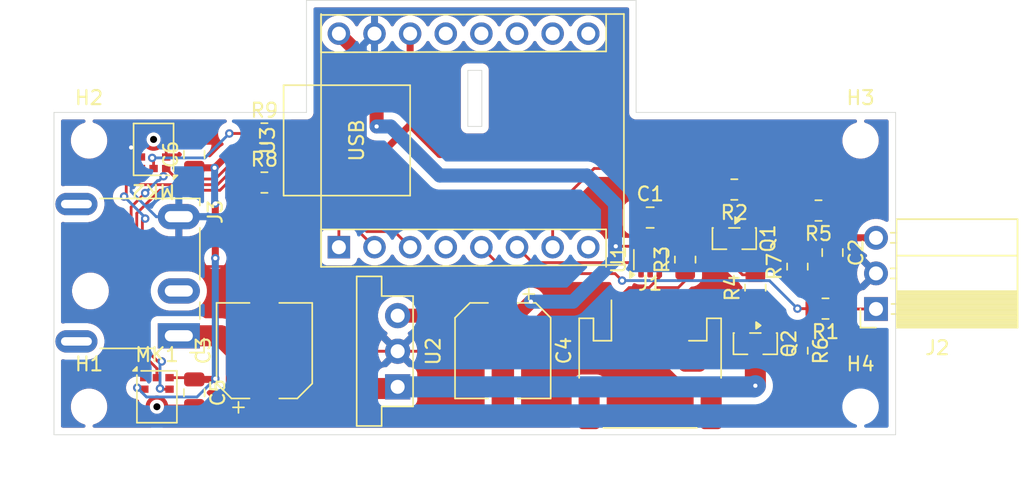
<source format=kicad_pcb>
(kicad_pcb
	(version 20241229)
	(generator "pcbnew")
	(generator_version "9.0")
	(general
		(thickness 1.6)
		(legacy_teardrops no)
	)
	(paper "A4")
	(layers
		(0 "F.Cu" signal)
		(2 "B.Cu" signal)
		(9 "F.Adhes" user "F.Adhesive")
		(11 "B.Adhes" user "B.Adhesive")
		(13 "F.Paste" user)
		(15 "B.Paste" user)
		(5 "F.SilkS" user "F.Silkscreen")
		(7 "B.SilkS" user "B.Silkscreen")
		(1 "F.Mask" user)
		(3 "B.Mask" user)
		(17 "Dwgs.User" user "User.Drawings")
		(19 "Cmts.User" user "User.Comments")
		(21 "Eco1.User" user "User.Eco1")
		(23 "Eco2.User" user "User.Eco2")
		(25 "Edge.Cuts" user)
		(27 "Margin" user)
		(31 "F.CrtYd" user "F.Courtyard")
		(29 "B.CrtYd" user "B.Courtyard")
		(35 "F.Fab" user)
		(33 "B.Fab" user)
		(39 "User.1" user)
		(41 "User.2" user)
		(43 "User.3" user)
		(45 "User.4" user)
	)
	(setup
		(pad_to_mask_clearance 0)
		(allow_soldermask_bridges_in_footprints no)
		(tenting front back)
		(pcbplotparams
			(layerselection 0x00000000_00000000_55555555_5755f5ff)
			(plot_on_all_layers_selection 0x00000000_00000000_00000000_00000000)
			(disableapertmacros no)
			(usegerberextensions no)
			(usegerberattributes yes)
			(usegerberadvancedattributes yes)
			(creategerberjobfile yes)
			(dashed_line_dash_ratio 12.000000)
			(dashed_line_gap_ratio 3.000000)
			(svgprecision 4)
			(plotframeref no)
			(mode 1)
			(useauxorigin no)
			(hpglpennumber 1)
			(hpglpenspeed 20)
			(hpglpendiameter 15.000000)
			(pdf_front_fp_property_popups yes)
			(pdf_back_fp_property_popups yes)
			(pdf_metadata yes)
			(pdf_single_document no)
			(dxfpolygonmode yes)
			(dxfimperialunits yes)
			(dxfusepcbnewfont yes)
			(psnegative no)
			(psa4output no)
			(plot_black_and_white yes)
			(sketchpadsonfab no)
			(plotpadnumbers no)
			(hidednponfab no)
			(sketchdnponfab yes)
			(crossoutdnponfab yes)
			(subtractmaskfromsilk no)
			(outputformat 1)
			(mirror no)
			(drillshape 1)
			(scaleselection 1)
			(outputdirectory "")
		)
	)
	(net 0 "")
	(net 1 "+5V")
	(net 2 "GND")
	(net 3 "Net-(J2-Pin_3)")
	(net 4 "+12V")
	(net 5 "+3.3V")
	(net 6 "DATA")
	(net 7 "12V_Switched")
	(net 8 "Net-(J2-Pin_1)")
	(net 9 "MIC_WS")
	(net 10 "Net-(MK1-SD)")
	(net 11 "MIC_SCK")
	(net 12 "Net-(MK2-SD)")
	(net 13 "LED_POWER")
	(net 14 "Net-(Q1-D)")
	(net 15 "Net-(Q2-G)")
	(net 16 "IR")
	(net 17 "Net-(R3-Pad2)")
	(net 18 "MIC_SD")
	(net 19 "LED_DATA")
	(net 20 "unconnected-(U1-Pad1)")
	(net 21 "unconnected-(U3-GPIO1-Pad1)")
	(net 22 "unconnected-(U3-GPIO8-Pad8)")
	(net 23 "unconnected-(U3-GPIO0-Pad0)")
	(net 24 "unconnected-(U3-GPIO21-Pad21)")
	(net 25 "unconnected-(U3-GPIO2-Pad2)")
	(net 26 "unconnected-(U3-GPIO3-Pad3)")
	(net 27 "unconnected-(U3-GPIO4-Pad4)")
	(footprint "Capacitor_SMD:C_0805_2012Metric" (layer "F.Cu") (at 142.5 34.5))
	(footprint "Connector_BarrelJack:BarrelJack_CUI_PJ-079BH_Horizontal" (layer "F.Cu") (at 108.9 42.9375 -90))
	(footprint "MountingHole:MountingHole_2.1mm" (layer "F.Cu") (at 102.5 48))
	(footprint "Converter_DCDC:Converter_DCDC_Murata_OKI-78SR_Vertical" (layer "F.Cu") (at 124.5 46.58 90))
	(footprint "Resistor_SMD:R_0805_2012Metric" (layer "F.Cu") (at 145 37.5 90))
	(footprint "Capacitor_SMD:C_0805_2012Metric" (layer "F.Cu") (at 110 30 90))
	(footprint "Package_TO_SOT_SMD:SOT-23" (layer "F.Cu") (at 148.5 36 -90))
	(footprint "Resistor_SMD:R_0805_2012Metric" (layer "F.Cu") (at 153 44 -90))
	(footprint "Sensor_Audio:InvenSense_ICS-43434-6_3.5x2.65mm" (layer "F.Cu") (at 107.3375 47.29))
	(footprint "Connector_JST:JST_PH_S3B-PH-SM4-TB_1x03-1MP_P2.00mm_Horizontal" (layer "F.Cu") (at 142.5 45))
	(footprint "Resistor_SMD:R_0805_2012Metric" (layer "F.Cu") (at 154.5 34 180))
	(footprint "Capacitor_SMD:CP_Elec_6.3x7.7" (layer "F.Cu") (at 115 44 90))
	(footprint "Resistor_SMD:R_0805_2012Metric" (layer "F.Cu") (at 153 38 90))
	(footprint "Resistor_SMD:R_0805_2012Metric" (layer "F.Cu") (at 115 28.5))
	(footprint "MountingHole:MountingHole_2.1mm" (layer "F.Cu") (at 102.5 29))
	(footprint "MountingHole:MountingHole_2.1mm" (layer "F.Cu") (at 157.5 48))
	(footprint "Package_TO_SOT_SMD:SOT-23" (layer "F.Cu") (at 150 43.5 -90))
	(footprint "Package_TO_SOT_SMD:SOT-353_SC-70-5" (layer "F.Cu") (at 142.5 37.5 90))
	(footprint "Capacitor_SMD:C_0805_2012Metric" (layer "F.Cu") (at 155.5 37 -90))
	(footprint "Resistor_SMD:R_0805_2012Metric" (layer "F.Cu") (at 148.5 32.5 180))
	(footprint "Capacitor_SMD:C_0805_2012Metric" (layer "F.Cu") (at 110 47 -90))
	(footprint "Resistor_SMD:R_0805_2012Metric" (layer "F.Cu") (at 115 32))
	(footprint "Resistor_SMD:R_0805_2012Metric" (layer "F.Cu") (at 155 41 180))
	(footprint "Capacitor_SMD:CP_Elec_6.3x5.4" (layer "F.Cu") (at 132 44 -90))
	(footprint "Resistor_SMD:R_0805_2012Metric" (layer "F.Cu") (at 150 39.5 90))
	(footprint "Connector_PinSocket_2.54mm:PinSocket_1x03_P2.54mm_Horizontal" (layer "F.Cu") (at 158.6 41.025 180))
	(footprint "Sensor_Audio:InvenSense_ICS-43434-6_3.5x2.65mm" (layer "F.Cu") (at 107.1 29.636 180))
	(footprint "ESP32-C3-SuperMini:ESP32_C3_Super_Mini" (layer "F.Cu") (at 120.31 36.615 90))
	(footprint "MountingHole:MountingHole_2.1mm" (layer "F.Cu") (at 157.5 29))
	(gr_line
		(start 129.5 28)
		(end 130.5 28)
		(stroke
			(width 0.05)
			(type default)
		)
		(layer "Edge.Cuts")
		(uuid "05ef78e6-04ae-44b4-a8a8-eb79d4c0e907")
	)
	(gr_line
		(start 129.5 28)
		(end 129.5 24)
		(stroke
			(width 0.05)
			(type default)
		)
		(layer "Edge.Cuts")
		(uuid "2457412d-2184-4006-88ff-61e1564ac069")
	)
	(gr_line
		(start 118 19)
		(end 141.5 19)
		(stroke
			(width 0.05)
			(type default)
		)
		(layer "Edge.Cuts")
		(uuid "2e69e76a-01cd-48a4-be53-75da5d02078d")
	)
	(gr_line
		(start 130.5 24)
		(end 129.5 24)
		(stroke
			(width 0.05)
			(type default)
		)
		(layer "Edge.Cuts")
		(uuid "342fae6f-e9ea-457a-9336-92d474e8f172")
	)
	(gr_line
		(start 160 27)
		(end 141.5 27)
		(stroke
			(width 0.05)
			(type default)
		)
		(layer "Edge.Cuts")
		(uuid "3bac50cc-cfdd-4b95-8e2b-9d6dce351330")
	)
	(gr_line
		(start 118 27)
		(end 118 19)
		(stroke
			(width 0.05)
			(type default)
		)
		(layer "Edge.Cuts")
		(uuid "64a67b31-e01f-4094-be34-e8e82c19e421")
	)
	(gr_line
		(start 100 50)
		(end 160 50)
		(stroke
			(width 0.05)
			(type default)
		)
		(layer "Edge.Cuts")
		(uuid "72fd05a0-8a3e-4ec3-bfc1-f13644cf9169")
	)
	(gr_line
		(start 130.5 28)
		(end 130.5 24)
		(stroke
			(width 0.05)
			(type default)
		)
		(layer "Edge.Cuts")
		(uuid "78ac70b2-806e-461b-b9c8-e92bed9f11de")
	)
	(gr_line
		(start 100 27)
		(end 118 27)
		(stroke
			(width 0.05)
			(type default)
		)
		(layer "Edge.Cuts")
		(uuid "ba16d200-3bdf-409e-aab7-c379c55b2c7e")
	)
	(gr_line
		(start 141.5 19)
		(end 141.5 27)
		(stroke
			(width 0.05)
			(type default)
		)
		(layer "Edge.Cuts")
		(uuid "c5f70d92-6e8b-490f-ad87-fed9d509e742")
	)
	(gr_line
		(start 100 27)
		(end 100 50)
		(stroke
			(width 0.05)
			(type default)
		)
		(layer "Edge.Cuts")
		(uuid "dc7f8b42-f4d2-48d4-9686-f855410b0772")
	)
	(gr_line
		(start 160 50)
		(end 160 27)
		(stroke
			(width 0.05)
			(type default)
		)
		(layer "Edge.Cuts")
		(uuid "e52ff787-e48a-46ef-9227-99ccdc892db9")
	)
	(segment
		(start 141.55 35.35)
		(end 141.55 34.5)
		(width 0.2)
		(layer "F.Cu")
		(net 1)
		(uuid "294956b7-f15c-48c6-9778-8281aa38ad55")
	)
	(segment
		(start 127.3 41.2)
		(end 127 41.5)
		(width 1)
		(layer "F.Cu")
		(net 1)
		(uuid "321dbd85-5777-4514-86bc-367fec3678df")
	)
	(segment
		(start 141.85 36.55)
		(end 140.05 36.55)
		(width 0.2)
		(layer "F.Cu")
		(net 1)
		(uuid "3453a086-e8b1-40ad-8ff2-a750cb8346c8")
	)
	(segment
		(start 132 41.2)
		(end 127.3 41.2)
		(width 1)
		(layer "F.Cu")
		(net 1)
		(uuid "35bedd75-6b29-4af4-8c6a-bacd7687befa")
	)
	(segment
		(start 140.05 36.55)
		(end 140 36.5)
		(width 0.2)
		(layer "F.Cu")
		(net 1)
		(uuid "369ddbbe-405e-47e6-a3d8-3513e2e7af21")
	)
	(segment
		(start 127 41.5)
		(end 124.5 41.5)
		(width 1)
		(layer "F.Cu")
		(net 1)
		(uuid "3aff8e2c-1d46-4722-b61a-ed65fd3bb492")
	)
	(segment
		(start 133.3 41.2)
		(end 134 40.5)
		(width 1)
		(layer "F.Cu")
		(net 1)
		(uuid "80353118-9122-4067-bdfc-f9ddcf1b70da")
	)
	(segment
		(start 132 41.2)
		(end 133.3 41.2)
		(width 1)
		(layer "F.Cu")
		(net 1)
		(uuid "8d11f6d0-fbcd-4d56-bb5d-932cc21fbbb3")
	)
	(segment
		(start 123 28)
		(end 123 24.065)
		(width 1)
		(layer "F.Cu")
		(net 1)
		(uuid "af1d827e-dda5-43de-adb9-7cee39d825f1")
	)
	(segment
		(start 141.85 35.65)
		(end 141.55 35.35)
		(width 0.2)
		(layer "F.Cu")
		(net 1)
		(uuid "c169b084-49d5-427a-8ce2-8b13b5b033b0")
	)
	(segment
		(start 123 24.065)
		(end 120.31 21.375)
		(width 1)
		(layer "F.Cu")
		(net 1)
		(uuid "c411fdfb-b073-4e54-813d-f41f22fd606f")
	)
	(segment
		(start 141.85 36.55)
		(end 141.85 35.65)
		(width 0.2)
		(layer "F.Cu")
		(net 1)
		(uuid "db0b4c17-04fa-4122-9281-f474033675de")
	)
	(via
		(at 134 40.5)
		(size 0.6)
		(drill 0.3)
		(layers "F.Cu" "B.Cu")
		(net 1)
		(uuid "a521b090-2f8e-4c5e-b6e1-84b4970b5519")
	)
	(via
		(at 123 28)
		(size 0.6)
		(drill 0.3)
		(layers "F.Cu" "B.Cu")
		(net 1)
		(uuid "dae77e67-8e5f-4ae8-a01a-8a39eeb4dc05")
	)
	(via
		(at 140.05 36.55)
		(size 0.6)
		(drill 0.3)
		(layers "F.Cu" "B.Cu")
		(net 1)
		(uuid "eeeac614-88c1-4415-854d-af22b0c9b2ff")
	)
	(segment
		(start 124 28)
		(end 123 28)
		(width 1)
		(layer "B.Cu")
		(net 1)
		(uuid "02c69407-3af2-456b-a350-daa54671dad2")
	)
	(segment
		(start 140 33.5)
		(end 140 36.5)
		(width 1)
		(layer "B.Cu")
		(net 1)
		(uuid "211b24a9-9cb3-4787-8b2c-89a576df522d")
	)
	(segment
		(start 140 37.5)
		(end 137 40.5)
		(width 1)
		(layer "B.Cu")
		(net 1)
		(uuid "32711404-8698-4327-acbf-736e2b4a1994")
	)
	(segment
		(start 137 40.5)
		(end 134 40.5)
		(width 1)
		(layer "B.Cu")
		(net 1)
		(uuid "33363254-d37b-4d5b-a8bd-ed8d7298b737")
	)
	(segment
		(start 127.5 31.5)
		(end 124 28)
		(width 1)
		(layer "B.Cu")
		(net 1)
		(uuid "4d88c0d5-8658-403a-922a-e49454eb13de")
	)
	(segment
		(start 138 31.5)
		(end 140 33.5)
		(width 1)
		(layer "B.Cu")
		(net 1)
		(uuid "7300c871-991b-4d5e-ba87-33b1a22b9e81")
	)
	(segment
		(start 140 36.5)
		(end 140 37.5)
		(width 1)
		(layer "B.Cu")
		(net 1)
		(uuid "95af65d4-05a8-47d4-b0a1-da8cb70175e2")
	)
	(segment
		(start 127.5 31.5)
		(end 138 31.5)
		(width 1)
		(layer "B.Cu")
		(net 1)
		(uuid "f33b5eb8-2e8e-4bd6-8220-4a72625def5a")
	)
	(segment
		(start 110 27.601)
		(end 110 29.05)
		(width 0.2)
		(layer "F.Cu")
		(net 2)
		(uuid "02250283-66c0-4f37-986a-49557ca1074b")
	)
	(segment
		(start 142.88113 35.924)
		(end 142.649 36.15613)
		(width 0.2)
		(layer "F.Cu")
		(net 2)
		(uuid "0305c85c-c680-4565-9222-8c5c5fe9a2ce")
	)
	(segment
		(start 143.15 38.45)
		(end 143.15 37.501)
		(width 0.2)
		(layer "F.Cu")
		(net 2)
		(uuid "05dcabbd-9e09-49b5-8e67-61a772eb7cd3")
	)
	(segment
		(start 124.5 44.04)
		(end 115.54 44.04)
		(width 0.2)
		(layer "F.Cu")
		(net 2)
		(uuid "1c3ceba9-a665-42b4-88d2-1c89202a2a62")
	)
	(segment
		(start 110 29.05)
		(end 108.45 29.05)
		(width 0.2)
		(layer "F.Cu")
		(net 2)
		(uuid "1e271c6f-ca0d-4893-9515-28ec098d61b2")
	)
	(segment
		(start 105.5 28.5)
		(end 105.5 28)
		(width 0.2)
		(layer "F.Cu")
		(net 2)
		(uuid "22c30dd7-ead3-466a-83b8-92a253c6204b")
	)
	(segment
		(start 108.45 29.05)
		(end 108 29.5)
		(width 0.2)
		(layer "F.Cu")
		(net 2)
		(uuid "243a019b-af91-4d72-b6e8-f8f8de4e3ef7")
	)
	(segment
		(start 115.54 44.04)
		(end 115 43.5)
		(width 0.2)
		(layer "F.Cu")
		(net 2)
		(uuid "2d9b984e-ec4b-4524-82c1-f8cf1d1dc8c9")
	)
	(segment
		(start 105.926 28.926)
		(end 105.5 28.5)
		(width 0.2)
		(layer "F.Cu")
		(net 2)
		(uuid "301ee5d7-60ae-48f8-8714-9b34559eb6c0")
	)
	(segment
		(start 147.5875 32.5)
		(end 147.5875 35.025)
		(width 0.2)
		(layer "F.Cu")
		(net 2)
		(uuid "3043b064-267e-4acf-a7ca-a9631cdda324")
	)
	(segment
		(start 146 34.5)
		(end 143.45 34.5)
		(width 0.2)
		(layer "F.Cu")
		(net 2)
		(uuid "395a7c28-3656-46c8-b6a0-232ceffbc404")
	)
	(segment
		(start 110 47.95)
		(end 108.05 47.95)
		(width 0.2)
		(layer "F.Cu")
		(net 2)
		(uuid "3e24f3b0-1bf1-4256-9520-9389a03dd757")
	)
	(segment
		(start 126.94 44.04)
		(end 129.7 46.8)
		(width 0.2)
		(layer "F.Cu")
		(net 2)
		(uuid "42aa7b2b-6524-42b3-acc9-5288a5478e78")
	)
	(segment
		(start 143.026 35.924)
		(end 143.45 35.5)
		(width 0.2)
		(layer "F.Cu")
		(net 2)
		(uuid "481ef29f-ee63-43be-b98b-cb5ba57b6d25")
	)
	(segment
		(start 143.45 35.5)
		(end 143.45 34.5)
		(width 0.2)
		(layer "F.Cu")
		(net 2)
		(uuid "51d3eeda-0352-4d55-aa65-cfd1d8903461")
	)
	(segment
		(start 136.5 45.5)
		(end 140 45.5)
		(width 0.2)
		(layer "F.Cu")
		(net 2)
		(uuid "5b9df24e-ca44-4b52-ae50-4257fbaa8683")
	)
	(segment
		(start 111.95 47.95)
		(end 113 49)
		(width 0.2)
		(layer "F.Cu")
		(net 2)
		(uuid "5f3e2e43-18e5-4bec-9153-303ee5af40f5")
	)
	(segment
		(start 143.026 35.924)
		(end 142.88113 35.924)
		(width 0.2)
		(layer "F.Cu")
		(net 2)
		(uuid "63f320f2-6374-4a33-bcd5-dd59f857e029")
	)
	(segment
		(start 105.5 28.5)
		(end 105.5 29.5)
		(width 0.2)
		(layer "F.Cu")
		(net 2)
		(uuid "65a708b9-a9b8-4d23-a162-0a2bf9c6b918")
	)
	(segment
		(start 143.15 38.774999)
		(end 142.424999 39.5)
		(width 0.2)
		(layer "F.Cu")
		(net 2)
		(uuid "67d4da5f-0670-4aa5-888a-60c6bf55f782")
	)
	(segment
		(start 115 41.3)
		(end 115 43.5)
		(width 0.2)
		(layer "F.Cu")
		(net 2)
		(uuid "6e245632-8c56-421f-aab2-b48c0b4a8b88")
	)
	(segment
		(start 140.5 45)
		(end 140.5 42.15)
		(width 0.2)
		(layer "F.Cu")
		(net 2)
		(uuid "6e90a1cc-81d8-4276-9ac7-55dfdc1a72a0")
	)
	(segment
		(start 147.55 35.0625)
		(end 146.5625 35.0625)
		(width 0.2)
		(layer "F.Cu")
		(net 2)
		(uuid "7715cd4d-653f-4acc-af3f-1c5450fd3498")
	)
	(segment
		(start 143.15 38.45)
		(end 143.15 38.774999)
		(width 0.2)
		(layer "F.Cu")
		(net 2)
		(uuid "7a711ff8-58c9-4e84-a589-c2517a4de55d")
	)
	(segment
		(start 113 49)
		(end 127.5 49)
		(width 0.2)
		(layer "F.Cu")
		(net 2)
		(uuid "7d010196-6814-4d94-bbc4-4fd424ea7864")
	)
	(segment
		(start 105.899 27.601)
		(end 110 27.601)
		(width 0.2)
		(layer "F.Cu")
		(net 2)
		(uuid "8109428b-3fac-45d6-835d-443b2207a646")
	)
	(segment
		(start 135.2 46.8)
		(end 136.5 45.5)
		(width 0.2)
		(layer "F.Cu")
		(net 2)
		(uuid "8435212f-d492-44ce-a175-9071a844dc7d")
	)
	(segment
		(start 146.5625 35.0625)
		(end 146 34.5)
		(width 0.2)
		(layer "F.Cu")
		(net 2)
		(uuid "89365eea-6f70-441f-8dd5-dfa9b7663fc9")
	)
	(segment
		(start 108.9 36.4)
		(end 110.5 38)
		(width 0.2)
		(layer "F.Cu")
		(net 2)
		(uuid "8a090dd6-ee27-4c37-b8d7-99d38a5ab84f")
	)
	(segment
		(start 110.5 38)
		(end 115 38)
		(width 0.2)
		(layer "F.Cu")
		(net 2)
		(uuid "99c5ebfb-be28-48bc-addc-be7bd3f7cf29")
	)
	(segment
		(start 115 38)
		(end 115 41.3)
		(width 0.2)
		(layer "F.Cu")
		(net 2)
		(uuid "9dee00ac-6613-46e7-924f-a68b0419e237")
	)
	(segment
		(start 106.4375 28.926)
		(end 105.926 28.926)
		(width 0.2)
		(layer "F.Cu")
		(net 2)
		(uuid "9eaec44e-63bb-4421-ad45-d648ddc846a8")
	)
	(segment
		(start 124.5 44.04)
		(end 126.94 44.04)
		(width 0.2)
		(layer "F.Cu")
		(net 2)
		(uuid "a0904615-ca68-4cae-88d9-0635d2f02a83")
	)
	(segment
		(start 105.5 28)
		(end 105.899 27.601)
		(width 0.2)
		(layer "F.Cu")
		(net 2)
		(uuid "a1542e0f-85c3-485e-8c25-dfa3e9a3246d")
	)
	(segment
		(start 108.9 34.4375)
		(end 108.9 36.4)
		(width 0.2)
		(layer "F.Cu")
		(net 2)
		(uuid "a49c15b3-05df-4746-b89d-12a6e284d6e2")
	)
	(segment
		(start 132 46.8)
		(end 135.2 46.8)
		(width 0.2)
		(layer "F.Cu")
		(net 2)
		(uuid "a6025ed8-583e-450b-9a63-25e51b22d3d6")
	)
	(segment
		(start 129.7 46.8)
		(end 132 46.8)
		(width 0.2)
		(layer "F.Cu")
		(net 2)
		(uuid "aaf0ae10-2bed-4825-b24c-8b50e7ac1dd5")
	)
	(segment
		(start 110 47.95)
		(end 111.95 47.95)
		(width 0.2)
		(layer "F.Cu")
		(net 2)
		(uuid "aeddc613-05e4-4200-8c04-a01324cf5754")
	)
	(segment
		(start 143.15 37.501)
		(end 142.649 37)
		(width 0.2)
		(layer "F.Cu")
		(net 2)
		(uuid "c31d0389-f083-40bf-91df-e908604809bb")
	)
	(segment
		(start 142.424999 39.5)
		(end 141 39.5)
		(width 0.2)
		(layer "F.Cu")
		(net 2)
		(uuid "c6e87f4f-115c-4273-a015-12ede82a5024")
	)
	(segment
		(start 108.05 47.95)
		(end 108 48)
		(width 0.2)
		(layer "F.Cu")
		(net 2)
		(uuid "dba56f4f-02a8-4807-98f2-0c3063e15ac5")
	)
	(segment
		(start 147.5875 35.025)
		(end 147.55 35.0625)
		(width 0.2)
		(layer "F.Cu")
		(net 2)
		(uuid "e528a6eb-6f73-4f23-a218-710c026ab46b")
	)
	(segment
		(start 140 45.5)
		(end 140.5 45)
		(width 0.2)
		(layer "F.Cu")
		(net 2)
		(uuid "e683a09c-dea3-4a4b-a9d1-31832553a0bb")
	)
	(segment
		(start 140.5 40)
		(end 140.5 42.15)
		(width 0.2)
		(layer "F.Cu")
		(net 2)
		(uuid "e74a8a77-b7a5-46c5-b1eb-d9e3dd6489a0")
	)
	(segment
		(start 141 39.5)
		(end 140.5 40)
		(width 0.2)
		(layer "F.Cu")
		(net 2)
		(uuid "ed1af17f-057d-4bb5-862e-776d2a0b0a45")
	)
	(segment
		(start 142.649 37)
		(end 142.649 36.15613)
		(width 0.2)
		(layer "F.Cu")
		(net 2)
		(uuid "f1460f8e-ead1-4647-9fab-c40e351ceeec")
	)
	(segment
		(start 127.5 49)
		(end 129.7 46.8)
		(width 0.2)
		(layer "F.Cu")
		(net 2)
		(uuid "f5511c79-20d7-4b23-947e-3d4276643d44")
	)
	(segment
		(start 108 29.5)
		(end 108 30.178)
		(width 0.2)
		(layer "F.Cu")
		(net 2)
		(uuid "fdd0aa26-3f04-4770-8f2b-2b0ae8992460")
	)
	(via
		(at 105.5 29.5)
		(size 0.6)
		(drill 0.3)
		(layers "F.Cu" "B.Cu")
		(net 2)
		(uuid "f5ea31a8-8454-41fd-98b2-c40ab3daecc3")
	)
	(segment
		(start 112.5 34.5)
		(end 112.4375 34.4375)
		(width 0.5)
		(layer "B.Cu")
		(net 2)
		(uuid "26eeca36-b244-465a-92e0-0a71409165a5")
	)
	(segment
		(start 105.5 32.650057)
		(end 107.287443 34.4375)
		(width 0.2)
		(layer "B.Cu")
		(net 2)
		(uuid "33d024d9-688c-4dd0-9c15-704f87053d20")
	)
	(segment
		(start 122.85 21.375)
		(end 122.049 22.176)
		(width 0.5)
		(layer "B.Cu")
		(net 2)
		(uuid "72b92b41-bd8b-4215-976b-4f1969502c99")
	)
	(segment
		(start 122.049 22.176)
		(end 122.049 30.451)
		(width 0.5)
		(layer "B.Cu")
		(net 2)
		(uuid "8405c4c2-075e-48f7-859a-f57a91435c70")
	)
	(segment
		(start 118 34.5)
		(end 112.5 34.5)
		(width 0.5)
		(layer "B.Cu")
		(net 2)
		(uuid "98c57d8b-faa9-4775-bb7d-32be86650cfe")
	)
	(segment
		(start 112.4375 34.4375)
		(end 108.9 34.4375)
		(width 0.5)
		(layer "B.Cu")
		(net 2)
		(uuid "bf6cd65c-b26c-49d5-9fde-93f21f052a12")
	)
	(segment
		(start 105.5 29.5)
		(end 105.5 32.650057)
		(width 0.2)
		(layer "B.Cu")
		(net 2)
		(uuid "d576530d-0dd6-49f8-a09a-311fc2737bff")
	)
	(segment
		(start 122.049 30.451)
		(end 118 34.5)
		(width 0.5)
		(layer "B.Cu")
		(net 2)
		(uuid "db8ea3ff-e4e8-4b55-a335-cf42532a1cc0")
	)
	(segment
		(start 107.287443 34.4375)
		(end 108.9 34.4375)
		(width 0.2)
		(layer "B.Cu")
		(net 2)
		(uuid "fc1358bd-134b-423c-9c64-bc05bc57bca3")
	)
	(segment
		(start 158.6 35.945)
		(end 155.605 35.945)
		(width 0.5)
		(layer "F.Cu")
		(net 3)
		(uuid "10aa0702-9fa1-42fb-84e8-de883ca84351")
	)
	(segment
		(start 155.4125 34)
		(end 155.4125 35.9625)
		(width 0.5)
		(layer "F.Cu")
		(net 3)
		(uuid "7e26ec47-cc5b-4f06-939a-55b860542155")
	)
	(segment
		(start 155.4125 35.9625)
		(end 155.5 36.05)
		(width 0.5)
		(layer "F.Cu")
		(net 3)
		(uuid "9e9c5648-c7d9-46ce-a8bf-10b9ad0a1a75")
	)
	(segment
		(start 155.605 35.945)
		(end 155.5 36.05)
		(width 0.5)
		(layer "F.Cu")
		(net 3)
		(uuid "b1ac081c-485f-4a05-8763-332f0a576775")
	)
	(segment
		(start 114.8 46.5)
		(end 115 46.7)
		(width 1.5)
		(layer "F.Cu")
		(net 4)
		(uuid "1630e96e-8f8b-4cb7-8bfc-5adb2ece4447")
	)
	(segment
		(start 111.9 42.9375)
		(end 113 44.0375)
		(width 1.5)
		(layer "F.Cu")
		(net 4)
		(uuid "2f1e000d-bf04-491c-bcdc-3ac8be891fcd")
	)
	(segment
		(start 115 46.7)
		(end 124.38 46.7)
		(width 1.5)
		(layer "F.Cu")
		(net 4)
		(uuid "384dbdc9-4173-4941-8f4f-8c815a9b60d3")
	)
	(segment
		(start 150.475 44.9125)
		(end 150 44.4375)
		(width 0.5)
		(layer "F.Cu")
		(net 4)
		(uuid "3bebca31-94da-4cc1-b4de-75524a33277a")
	)
	(segment
		(start 108.9 42.9375)
		(end 111.9 42.9375)
		(width 1.5)
		(layer "F.Cu")
		(net 4)
		(uuid "577f96f2-e8b5-4fbb-8b4d-76089efbcc66")
	)
	(segment
		(start 124.38 46.7)
		(end 124.5 46.58)
		(width 1.5)
		(layer "F.Cu")
		(net 4)
		(uuid "9a9ece8c-ca33-4a76-9d9b-180e0937f761")
	)
	(segment
		(start 113 44.0375)
		(end 113 46.5)
		(width 1.5)
		(layer "F.Cu")
		(net 4)
		(uuid "ac566aa2-5261-40c5-935f-a6f3988bac49")
	)
	(segment
		(start 113 46.5)
		(end 114.8 46.5)
		(width 1.5)
		(layer "F.Cu")
		(net 4)
		(uuid "d340abcb-78fe-4fec-ab7d-bcc2463b024b")
	)
	(segment
		(start 153 44.9125)
		(end 150.475 44.9125)
		(width 0.5)
		(layer "F.Cu")
		(net 4)
		(uuid "f2a63ee3-c9fd-4181-b689-08b192710917")
	)
	(segment
		(start 150 46.5)
		(end 150 44.4375)
		(width 1.5)
		(layer "F.Cu")
		(net 4)
		(uuid "f431361d-affc-44f6-a9d9-585fcd5406b5")
	)
	(via
		(at 150 46.5)
		(size 0.6)
		(drill 0.3)
		(layers "F.Cu" "B.Cu")
		(net 4)
		(uuid "623734b4-7195-456a-be6f-39d55b267660")
	)
	(segment
		(start 149.92 46.58)
		(end 150 46.5)
		(width 1.5)
		(layer "B.Cu")
		(net 4)
		(uuid "0bcf7087-e2e7-43b0-a4a6-d20d78cf7c62")
	)
	(segment
		(start 124.5 46.58)
		(end 149.92 46.58)
		(width 1.5)
		(layer "B.Cu")
		(net 4)
		(uuid "af3cae63-e0b5-4e6b-b4d3-d1375280a83c")
	)
	(segment
		(start 153.5875 33.0875)
		(end 153.5875 34)
		(width 0.5)
		(layer "F.Cu")
		(net 5)
		(uuid "0517a1ca-4afd-40a6-9e1a-8c2bc7e174c0")
	)
	(segment
		(start 108.2375 45.926)
		(end 109.876 45.926)
		(width 0.2)
		(layer "F.Cu")
		(net 5)
		(uuid "061dfec0-6797-41e8-b279-31c9adf14e9f")
	)
	(segment
		(start 125.39 23)
		(end 125.39 24.11)
		(width 0.5)
		(layer "F.Cu")
		(net 5)
		(uuid "13297534-ca9b-44f4-a85f-f6e3d101c1c4")
	)
	(segment
		(start 106.039623 46.748)
		(end 105.9364 46.644777)
		(width 0.2)
		(layer "F.Cu")
		(net 5)
		(uuid "13a7d5ef-46cf-402e-aaa8-f10b41b09824")
	)
	(segment
		(start 111.45 46.05)
		(end 111.5 46)
		(width 0.5)
		(layer "F.Cu")
		(net 5)
		(uuid "1933d46e-ff6c-47e9-a5a0-d28109b7bc95")
	)
	(segment
		(start 109.876 45.926)
		(end 110 46.05)
		(width 0.2)
		(layer "F.Cu")
		(net 5)
		(uuid "1a8f81ae-21d8-4b4b-8d41-d9e91e3883ce")
	)
	(segment
		(start 139.5 30)
		(end 142.5 30)
		(width 0.5)
		(layer "F.Cu")
		(net 5)
		(uuid "1fc5334f-af23-4a47-8749-fa5b8dc5f51c")
	)
	(segment
		(start 142.5 30)
		(end 150.5 30)
		(width 0.5)
		(layer "F.Cu")
		(net 5)
		(uuid "23b5e765-5b3c-49dd-a588-a4c792f2a158")
	)
	(segment
		(start 125.39 27.89)
		(end 125.39 23)
		(width 0.5)
		(layer "F.Cu")
		(net 5)
		(uuid "3f4c750a-33bd-477b-85ad-2e7ec1277b74")
	)
	(segment
		(start 111.5 33.5)
		(end 111.5 37.4)
		(width 0.5)
		(layer "F.Cu")
		(net 5)
		(uuid "3ffd58f6-e481-436b-8f3d-a6cc5c984a86")
	)
	(segment
		(start 142.5 30)
		(end 127.5 30)
		(width 0.5)
		(layer "F.Cu")
		(net 5)
		(uuid "5e07f193-bea7-41e2-8f77-d8b7d8bc307e")
	)
	(segment
		(start 110 46.05)
		(end 111.45 46.05)
		(width 0.5)
		(layer "F.Cu")
		(net 5)
		(uuid "6dd629dd-194e-43b5-821e-23616fde497c")
	)
	(segment
		(start 150.5 30)
		(end 153.5875 33.0875)
		(width 0.5)
		(layer "F.Cu")
		(net 5)
		(uuid "7138cbd2-9966-4c98-ad55-fd6135ddc878")
	)
	(segment
		(start 153.5875 35.4125)
		(end 153.5875 34)
		(width 0.5)
		(layer "F.Cu")
		(net 5)
		(uuid "84a64a2f-1634-47a8-996c-315bb2cddea5")
	)
	(segment
		(start 111.451235 30.951235)
		(end 110.001235 30.951235)
		(width 0.5)
		(layer "F.Cu")
		(net 5)
		(uuid "9c4ff0e7-46b5-44c5-a9d6-cc9f8f377a4f")
	)
	(segment
		(start 106.4375 46.748)
		(end 106.039623 46.748)
		(width 0.2)
		(layer "F.Cu")
		(net 5)
		(uuid "9cc3e19d-1e86-482c-9a4f-453c5a14b6dc")
	)
	(segment
		(start 127.5 30)
		(end 125.39 27.89)
		(width 0.5)
		(layer "F.Cu")
		(net 5)
		(uuid "a0302aee-6afb-419a-ad24-678e4368d913")
	)
	(segment
		(start 125.39 27.89)
		(end 123.233 30.047)
		(width 0.5)
		(layer "F.Cu")
		(net 5)
		(uuid "ce87c455-54dd-49cf-87fb-afb7d1e74285")
	)
	(segment
		(start 123.233 30.047)
		(end 119 30.047)
		(width 0.5)
		(layer "F.Cu")
		(net 5)
		(uuid "cebede72-6f7b-4b2b-8866-8205288d98e9")
	)
	(segment
		(start 119.453 30.047)
		(end 119 30.047)
		(width 0.5)
		(layer "F.Cu")
		(net 5)
		(uuid "d2dc8a26-27f0-48ab-9f3e-c773867008c5")
	)
	(segment
		(start 153 36)
		(end 153.5875 35.4125)
		(width 0.5)
		(layer "F.Cu")
		(net 5)
		(uuid "d382d8d5-7c31-4122-bc97-33f8d837a081")
	)
	(segment
		(start 110.001235 30.951235)
		(end 110 30.95)
		(width 0.5)
		(layer "F.Cu")
		(net 5)
		(uuid "d80bbf19-26f1-496c-835f-6ad073a7eeaf")
	)
	(segment
		(start 119 30.047)
		(end 112.35547 30.047)
		(width 0.5)
		(layer "F.Cu")
		(net 5)
		(uuid "e3d4d6f0-ea74-4ed7-ae4e-27e394b053e5")
	)
	(segment
		(start 112.35547 30.047)
		(end 111.451235 30.951235)
		(width 0.5)
		(layer "F.Cu")
		(net 5)
		(uuid "e8cbab0a-ed32-4acd-8a1b-b9e276422074")
	)
	(segment
		(start 125.39 21.375)
		(end 125.39 23)
		(width 0.5)
		(layer "F.Cu")
		(net 5)
		(uuid "ea997cdf-d4d0-4c5b-95c2-7cf329b1ebf0")
	)
	(segment
		(start 153 37.0875)
		(end 153 36)
		(width 0.5)
		(layer "F.Cu")
		(net 5)
		(uuid "f05443d2-60e2-4d4f-b7a4-d232ae587334")
	)
	(via
		(at 111.5 33.5)
		(size 0.6)
		(drill 0.3)
		(layers "F.Cu" "B.Cu")
		(net 5)
		(uuid "1bcde028-2f52-4641-9198-ac4b643227b9")
	)
	(via
		(at 111.451235 30.951235)
		(size 0.6)
		(drill 0.3)
		(layers "F.Cu" "B.Cu")
		(net 5)
		(uuid "26fd1a86-12be-42ea-a2d5-cb953391d9d1")
	)
	(via
		(at 105.9364 46.644777)
		(size 0.6)
		(drill 0.3)
		(layers "F.Cu" "B.Cu")
		(net 5)
		(uuid "7f5a10df-eaee-4b9c-9542-d02b2260c32d")
	)
	(via
		(at 111.5 37.4)
		(size 0.6)
		(drill 0.3)
		(layers "F.Cu" "B.Cu")
		(net 5)
		(uuid "9097a3cf-b5b2-4f94-8b1e-f729a276be47")
	)
	(via
		(at 111.5 46)
		(size 0.6)
		(drill 0.3)
		(layers "F.Cu" "B.Cu")
		(net 5)
		(uuid "a588d1c3-ad75-4326-9412-f52c35e1b6e3")
	)
	(segment
		(start 111.5 46)
		(end 111.451235 45.951235)
		(width 0.5)
		(layer "B.Cu")
		(net 5)
		(uuid "347e8b02-a930-4e4c-9ccc-ca99f116f340")
	)
	(segment
		(start 111.451235 33.451235)
		(end 111.5 33.5)
		(width 0.5)
		(layer "B.Cu")
		(net 5)
		(uuid "3d5cacf3-79bb-4d0b-b8c7-24c3aec23112")
	)
	(segment
		(start 106.593471 47.301848)
		(end 110.198152 47.301848)
		(width 0.2)
		(layer "B.Cu")
		(net 5)
		(uuid "6ea26a8e-850b-42be-a01f-e763c7e04437")
	)
	(segment
		(start 111.5 37.4)
		(end 111.5 46)
		(width 0.5)
		(layer "B.Cu")
		(net 5)
		(uuid "7cb621d7-3b6c-41f0-a718-9e9694e34a5b")
	)
	(segment
		(start 110.198152 47.301848)
		(end 111.5 46)
		(width 0.2)
		(layer "B.Cu")
		(net 5)
		(uuid "814b1175-49d4-4d12-8d11-320e92fdda28")
	)
	(segment
		(start 111.451235 30.951235)
		(end 111.451235 33.451235)
		(width 0.5)
		(layer "B.Cu")
		(net 5)
		(uuid "82e7f453-d61d-46dc-9db4-acf43f069646")
	)
	(segment
		(start 105.9364 46.644777)
		(end 106.593471 47.301848)
		(width 0.2)
		(layer "B.Cu")
		(net 5)
		(uuid "db91b430-611b-47c6-a352-3b2d21af979b")
	)
	(segment
		(start 142.5 42.15)
		(end 142.5 40)
		(width 0.2)
		(layer "F.Cu")
		(net 6)
		(uuid "06657f0b-5ab8-48c9-89f2-4ea5a5873842")
	)
	(segment
		(start 145 39)
		(end 145 38.4125)
		(width 0.2)
		(layer "F.Cu")
		(net 6)
		(uuid "141328a6-144f-4714-a74f-329ee603f10f")
	)
	(segment
		(start 143 39.5)
		(end 144.5 39.5)
		(width 0.2)
		(layer "F.Cu")
		(net 6)
		(uuid "1cb26c45-29bb-4a62-bcb5-cb03b78d2df2")
	)
	(segment
		(start 144.5 39.5)
		(end 145 39)
		(width 0.2)
		(layer "F.Cu")
		(net 6)
		(uuid "7380112e-3c89-43f2-8c60-df03d5340227")
	)
	(segment
		(start 143 39.5)
		(end 142.5 40)
		(width 0.2)
		(layer "F.Cu")
		(net 6)
		(uuid "f8e56171-d67c-414a-bb48-44d532c23b17")
	)
	(segment
		(start 146 45)
		(end 145 45)
		(width 1)
		(layer "F.Cu")
		(net 7)
		(uuid "20090819-b1b2-464a-bc91-52afa4243dfc")
	)
	(segment
		(start 145 45)
		(end 144.5 44.5)
		(width 1)
		(layer "F.Cu")
		(net 7)
		(uuid "43131f37-4a26-4f5b-80ad-6c848afe5504")
	)
	(segment
		(start 149.05 42.5625)
		(end 147.4375 42.5625)
		(width 1)
		(layer "F.Cu")
		(net 7)
		(uuid "542fb501-435e-48d5-ae70-4941f8558ffb")
	)
	(segment
		(start 146.5 44.5)
		(end 146 45)
		(width 1)
		(layer "F.Cu")
		(net 7)
		(uuid "7bf252b8-e408-44fd-b561-97f048ae94b8")
	)
	(segment
		(start 146.5 43.5)
		(end 146.5 44.5)
		(width 1)
		(layer "F.Cu")
		(net 7)
		(uuid "d175d159-4351-4b30-852d-e0e23f154e60")
	)
	(segment
		(start 147.4375 42.5625)
		(end 146.5 43.5)
		(width 1)
		(layer "F.Cu")
		(net 7)
		(uuid "d60dc179-e214-40b1-ab54-da81a7f9cd28")
	)
	(segment
		(start 144.5 44.5)
		(end 144.5 42.15)
		(width 1)
		(layer "F.Cu")
		(net 7)
		(uuid "eab95a43-a2d0-49a0-aa50-1ed7554e19b3")
	)
	(segment
		(start 158.6 41.025)
		(end 155.9375 41.025)
		(width 0.2)
		(layer "F.Cu")
		(net 8)
		(uuid "5383add1-bbb1-4cc5-b511-edb2ba89967b")
	)
	(segment
		(start 155.9375 41.025)
		(end 155.9125 41)
		(width 0.2)
		(layer "F.Cu")
		(net 8)
		(uuid "8573a878-8db4-4e9a-bcd2-b1a0e78d242f")
	)
	(segment
		(start 117.17626 31.198)
		(end 119.8322 31.198)
		(width 0.2)
		(layer "F.Cu")
		(net 9)
		(uuid "145cb139-422c-4d2f-8d41-4d43bf313d1f")
	)
	(segment
		(start 116.57626 30.598)
		(end 117.17626 31.198)
		(width 0.2)
		(layer "F.Cu")
		(net 9)
		(uuid "1a10567a-1b70-41ca-9564-b15630c498d6")
	)
	(segment
		(start 124.275 35.5)
		(end 125.39 36.615)
		(width 0.2)
		(layer "F.Cu")
		(net 9)
		(uuid "1c927a1e-5e7a-473f-abbb-5ce0f1ae33a5")
	)
	(segment
		(start 106.4375 45.926)
		(end 106.4375 44.9375)
		(width 0.2)
		(layer "F.Cu")
		(net 9)
		(uuid "2d984ffc-c5ea-405d-82b7-63e07ea0131b")
	)
	(segment
		(start 108 31)
		(end 108.751 31.751)
		(width 0.2)
		(layer "F.Cu")
		(net 9)
		(uuid "2e596117-aa40-430e-a106-2dafb47583ac")
	)
	(segment
		(start 106.4375 44.9375)
		(end 105.5 44)
		(width 0.2)
		(layer "F.Cu")
		(net 9)
		(uuid "37d21d70-a2e5-4e9d-87ab-64c56756b34a")
	)
	(segment
		(start 121.112 32.4778)
		(end 121.112 34.3099)
		(width 0.2)
		(layer "F.Cu")
		(net 9)
		(uuid "510d607c-34b4-4647-bffa-11e59f5ccef3")
	)
	(segment
		(start 119.8322 31.198)
		(end 121.112 32.4778)
		(width 0.2)
		(layer "F.Cu")
		(net 9)
		(uuid "6253d8f5-4919-434f-a356-41b140ce8fa9")
	)
	(segment
		(start 122.3021 35.5)
		(end 124.275 35.5)
		(width 0.2)
		(layer "F.Cu")
		(net 9)
		(uuid "6ddf832a-f863-4ab9-a053-d4b477adbcfa")
	)
	(segment
		(start 107.806594 31.193406)
		(end 108 31)
		(width 0.2)
		(layer "F.Cu")
		(net 9)
		(uuid "80795668-70e1-4b47-813d-56c89b43e7ff")
	)
	(segment
		(start 108.751 31.751)
		(end 111.5 31.751)
		(width 0.2)
		(layer "F.Cu")
		(net 9)
		(uuid "96dc366a-3093-4922-b31c-40467d73dc50")
	)
	(segment
		(start 107.806594 31.552)
		(end 107.806594 31.193406)
		(width 0.2)
		(layer "F.Cu")
		(net 9)
		(uuid "d9b0064a-d653-4016-b5bb-e6bc27bada9a")
	)
	(segment
		(start 105.5 33.752)
		(end 106.5 32.752)
		(width 0.2)
		(layer "F.Cu")
		(net 9)
		(uuid "e97bb81e-cfbf-4622-8e9f-85294b070680")
	)
	(segment
		(start 121.112 34.3099)
		(end 122.3021 35.5)
		(width 0.2)
		(layer "F.Cu")
		(net 9)
		(uuid "ee57b0d9-4336-4cbf-a2b6-6c47609dae5f")
	)
	(segment
		(start 112.653 30.598)
		(end 116.57626 30.598)
		(width 0.2)
		(layer "F.Cu")
		(net 9)
		(uuid "f57d546b-99a1-4f0e-91ba-fc8b69e0cfef")
	)
	(segment
		(start 105.5 44)
		(end 105.5 33.752)
		(width 0.2)
		(layer "F.Cu")
		(net 9)
		(uuid "f7b9fa37-f65a-4967-9c1a-1537f72bb78b")
	)
	(segment
		(start 111.5 31.751)
		(end 112.653 30.598)
		(width 0.2)
		(layer "F.Cu")
		(net 9)
		(uuid "f82775f3-79b1-4ddf-8294-cfd5816ed0e4")
	)
	(via
		(at 107.806594 31.552)
		(size 0.6)
		(drill 0.3)
		(layers "F.Cu" "B.Cu")
		(net 9)
		(uuid "c7af83fc-e47d-4274-8732-7a81e72b4ff3")
	)
	(via
		(at 106.5 32.752)
		(size 0.6)
		(drill 0.3)
		(layers "F.Cu" "B.Cu")
		(net 9)
		(uuid "cd7af1df-7a3b-4639-8d3d-c41566aa3ed9")
	)
	(segment
		(start 107.5 31.858594)
		(end 107.393406 31.858594)
		(width 0.2)
		(layer "B.Cu")
		(net 9)
		(uuid "03cee073-f021-47e1-b3a7-b2d06e3d9418")
	)
	(segment
		(start 107.5 31.858594)
		(end 107.806594 31.552)
		(width 0.2)
		(layer "B.Cu")
		(net 9)
		(uuid "b1dc3d83-274b-4846-b000-5445923dc3e5")
	)
	(segment
		(start 107.393406 31.858594)
		(end 106.5 32.752)
		(width 0.2)
		(layer "B.Cu")
		(net 9)
		(uuid "f540e84e-d2bd-4939-93ff-568b11a6bd6c")
	)
	(segment
		(start 111.8322 32.553)
		(end 112.3852 32)
		(width 0.2)
		(layer "F.Cu")
		(net 10)
		(uuid "0fa407be-2f09-454f-8bce-a1641f5c57eb")
	)
	(segment
		(start 107.3375 45.2704)
		(end 105.901 43.8339)
		(width 0.2)
		(layer "F.Cu")
		(net 10)
		(uuid "6260d90b-6c73-4beb-8fdf-4460ca553ff3")
	)
	(segment
		(start 107.3375 45.926)
		(end 107.3375 45.2704)
		(width 0.2)
		(layer "F.Cu")
		(net 10)
		(uuid "64e66c5e-7bc4-4496-9d00-a6939434a591")
	)
	(segment
		(start 105.901 43.8339)
		(end 105.901 34.200943)
		(width 0.2)
		(layer "F.Cu")
		(net 10)
		(uuid "6807f6e0-4272-4378-9a5a-1f2f4558a034")
	)
	(segment
		(start 105.901 34.200943)
		(end 107.548944 32.553)
		(width 0.2)
		(layer "F.Cu")
		(net 10)
		(uuid "be6b7d49-b260-455a-b445-3662e4d3669a")
	)
	(segment
		(start 107.548944 32.553)
		(end 111.8322 32.553)
		(width 0.2)
		(layer "F.Cu")
		(net 10)
		(uuid "e35330cf-4178-49c7-b356-9cdb41bc0206")
	)
	(segment
		(start 112.3852 32)
		(end 114.0875 32)
		(width 0.2)
		(layer "F.Cu")
		(net 10)
		(uuid "f8d189d3-eb0b-47e2-99b0-008ee7c7651f")
	)
	(segment
		(start 111.6661 32.152)
		(end 105.152 32.152)
		(width 0.2)
		(layer "F.Cu")
		(net 11)
		(uuid "0bb6d2ea-7985-4a5b-87e5-05af61879482")
	)
	(segment
		(start 119.6661 31.599)
		(end 120.03355 31.96645)
		(width 0.2)
		(layer "F.Cu")
		(net 11)
		(uuid "1f0fd80a-f2c8-4139-937d-da74d9a40bf7")
	)
	(segment
		(start 116.41016 30.999)
		(end 117.01016 31.599)
		(width 0.2)
		(layer "F.Cu")
		(net 11)
		(uuid "39839104-1e64-47de-aee2-417bc184cb1a")
	)
	(segment
		(start 117.01016 31.599)
		(end 119.6661 31.599)
		(width 0.2)
		(layer "F.Cu")
		(net 11)
		(uuid "3ba38ee1-dbf2-4b0f-ab94-e79a099b5ff9")
	)
	(segment
		(start 120.711 34.476)
		(end 120.711 32.6439)
		(width 0.2)
		(layer "F.Cu")
		(net 11)
		(uuid "3c8900cb-f734-42f8-b02e-580b906eedce")
	)
	(segment
		(start 105 32)
		(end 105 30.878)
		(width 0.2)
		(layer "F.Cu")
		(net 11)
		(uuid "3f9dd7bf-9673-4863-b974-1eb7a1e69835")
	)
	(segment
		(start 108.2375 46.748)
		(end 107.606657 46.748)
		(width 0.2)
		(layer "F.Cu")
		(net 11)
		(uuid "436853ef-926c-458a-9ba0-c812c472c5bd")
	)
	(segment
		(start 105 30.878)
		(end 105.7 30.178)
		(width 0.2)
		(layer "F.Cu")
		(net 11)
		(uuid "4a51af54-6447-4724-b4c7-d7ddb19949cd")
	)
	(segment
		(start 105.152 32.152)
		(end 105.152 32.848)
		(width 0.2)
		(layer "F.Cu")
		(net 11)
		(uuid "55bdd1b5-a62f-4619-8b01-434aeaaa62cc")
	)
	(segment
		(start 122.85 36.615)
		(end 120.711 34.476)
		(width 0.2)
		(layer "F.Cu")
		(net 11)
		(uuid "5dcb327b-230c-43cb-90ae-9f9c382e4d79")
	)
	(segment
		(start 107.606657 46.748)
		(end 107.559505 46.700848)
		(width 0.2)
		(layer "F.Cu")
		(net 11)
		(uuid "5ee55e36-bd83-47ad-99f9-9cf4c8059df6")
	)
	(segment
		(start 105.152 32.152)
		(end 105 32)
		(width 0.2)
		(layer "F.Cu")
		(net 11)
		(uuid "626cb122-6843-4a69-bdd2-06b565844c8f")
	)
	(segment
		(start 114 30.999)
		(end 114.598 30.999)
		(width 0.2)
		(layer "F.Cu")
		(net 11)
		(uuid "81750d7f-9c43-4515-a9bb-9c8622e6c609")
	)
	(segment
		(start 105.152 32.848)
		(end 105 33)
		(width 0.2)
		(layer "F.Cu")
		(net 11)
		(uuid "8be4e29a-da0b-4f30-b0f3-b2f046aa0a78")
	)
	(segment
		(start 112.8191 30.999)
		(end 114 30.999)
		(width 0.2)
		(layer "F.Cu")
		(net 11)
		(uuid "9ce4320f-f361-4330-a5e6-4efef8b7f11a")
	)
	(segment
		(start 120.711 32.6439)
		(end 120.03355 31.96645)
		(width 0.2)
		(layer "F.Cu")
		(net 11)
		(uuid "b370d1aa-34da-4ef4-b8a2-fc2ebe23a3fc")
	)
	(segment
		(start 106.501 34.574236)
		(end 106.425764 34.574236)
		(width 0.2)
		(layer "F.Cu")
		(net 11)
		(uuid "b54940b2-67df-44df-b3eb-956867de93c8")
	)
	(segment
		(start 112.65905 31.15905)
		(end 111.6661 32.152)
		(width 0.2)
		(layer "F.Cu")
		(net 11)
		(uuid "c9381cf5-20a0-4be3-b61b-dee391f50f56")
	)
	(segment
		(start 106.425764 34.574236)
		(end 106.302 34.698)
		(width 0.2)
		(layer "F.Cu")
		(net 11)
		(uuid "d6b68870-39b9-4da6-ae0b-654d27ab401e")
	)
	(segment
		(start 107.682464 44.766835)
		(end 107.401035 44.766835)
		(width 0.2)
		(layer "F.Cu")
		(net 11)
		(uuid "dbd021bf-87e8-46d3-ac22-3e3124c23cd6")
	)
	(segment
		(start 105.7 30.178)
		(end 106.2 30.178)
		(width 0.2)
		(layer "F.Cu")
		(net 11)
		(uuid "df0ba4c8-45bb-4866-830e-06a041db712c")
	)
	(segment
		(start 114 30.999)
		(end 116.41016 30.999)
		(width 0.2)
		(layer "F.Cu")
		(net 11)
		(uuid "e3dca28f-c78b-4f09-8c97-70653f55b48d")
	)
	(segment
		(start 106.302 34.698)
		(end 106.302 43.6678)
		(width 0.2)
		(layer "F.Cu")
		(net 11)
		(uuid "ed8e6c26-4112-4c1f-8969-6dee19fd38b6")
	)
	(segment
		(start 107.401035 44.766835)
		(end 106.302 43.6678)
		(width 0.2)
		(layer "F.Cu")
		(net 11)
		(uuid "f69b09ea-3a77-421d-ac01-3b5274e50774")
	)
	(segment
		(start 112.65905 31.15905)
		(end 112.8191 30.999)
		(width 0.2)
		(layer "F.Cu")
		(net 11)
		(uuid "fe8e25bf-5e2e-4049-b78f-b14eb4687b05")
	)
	(via
		(at 107.559505 46.700848)
		(size 0.6)
		(drill 0.3)
		(layers "F.Cu" "B.Cu")
		(net 11)
		(uuid "9a0fc4df-4d59-47a8-80b0-5287c458b8b9")
	)
	(via
		(at 106.501 34.574236)
		(size 0.6)
		(drill 0.3)
		(layers "F.Cu" "B.Cu")
		(net 11)
		(uuid "dc725d7c-9e99-4789-aad5-e83303596253")
	)
	(via
		(at 105 33)
		(size 0.6)
		(drill 0.3)
		(layers "F.Cu" "B.Cu")
		(net 11)
		(uuid "e5923e11-5ade-4e7d-b7e2-3cf104ef917a")
	)
	(via
		(at 107.682464 44.766835)
		(size 0.6)
		(drill 0.3)
		(layers "F.Cu" "B.Cu")
		(net 11)
		(uuid "f21ad2a6-ff65-4705-b68f-47f003b8eb2a")
	)
	(segment
		(start 105 33)
		(end 106.501 34.501)
		(width 0.2)
		(layer "B.Cu")
		(net 11)
		(uuid "357c4b96-0292-4ba1-bb8a-b9eb1f0b9707")
	)
	(segment
		(start 107.559505 44.889794)
		(end 107.682464 44.766835)
		(width 0.2)
		(layer "B.Cu")
		(net 11)
		(uuid "5fc87b54-a622-4714-9886-00ee0aaa701d")
	)
	(segment
		(start 107.559505 46.700848)
		(end 107.559505 44.889794)
		(width 0.2)
		(layer "B.Cu")
		(net 11)
		(uuid "82288924-c6e1-426b-8e12-49499ff53d4c")
	)
	(segment
		(start 106.501 34.501)
		(end 106.501 34.574236)
		(width 0.2)
		(layer "B.Cu")
		(net 11)
		(uuid "b947e998-c460-46bb-8ecf-86ca6ae2876c")
	)
	(segment
		(start 107.1 31)
		(end 107.1 30.343101)
		(width 0.2)
		(layer "F.Cu")
		(net 12)
		(uuid "16dd194d-115a-4a53-8f8c-f1b1b63cce0c")
	)
	(segment
		(start 107.1 30.343101)
		(end 107 30.243101)
		(width 0.2)
		(layer "F.Cu")
		(net 12)
		(uuid "941ffb38-1154-43f2-a995-78a02cebbcc4")
	)
	(segment
		(start 112.5 28.5)
		(end 114.0875 28.5)
		(width 0.2)
		(layer "F.Cu")
		(net 12)
		(uuid "a9de186a-2b8b-4bfe-bee4-8a7c54eafef2")
	)
	(via
		(at 112.5 28.5)
		(size 0.6)
		(drill 0.3)
		(layers "F.Cu" "B.Cu")
		(net 12)
		(uuid "8751cff5-112e-4db0-aa68-b2498d2c2c16")
	)
	(via
		(at 107 30.243101)
		(size 0.6)
		(drill 0.3)
		(layers "F.Cu" "B.Cu")
		(net 12)
		(uuid "a0a8de96-0f12-44f0-b59e-48e9445849a2")
	)
	(segment
		(start 107 30.243101)
		(end 110.756899 30.243101)
		(width 0.2)
		(layer "B.Cu")
		(net 12)
		(uuid "06e9235d-b2cf-440b-93be-d4828b6af49e")
	)
	(segment
		(start 110.756899 30.243101)
		(end 112.5 28.5)
		(width 0.2)
		(layer "B.Cu")
		(net 12)
		(uuid "777db7f7-f50e-404a-b133-2f3d1cc92291")
	)
	(segment
		(start 149.4125 31.4125)
		(end 149 31)
		(width 0.2)
		(layer "F.Cu")
		(net 13)
		(uuid "18c6d2d9-a9a5-4ce4-a510-7941e9fa797e")
	)
	(segment
		(start 149.4125 32.5)
		(end 149.4125 35.025)
		(width 0.2)
		(layer "F.Cu")
		(net 13)
		(uuid "3c5a230c-803a-4b41-9a79-2e096b30b963")
	)
	(segment
		(start 135.55 33.95)
		(end 135.55 36.615)
		(width 0.2)
		(layer "F.Cu")
		(net 13)
		(uuid "4f38c331-b67b-46f3-b693-edd3d70346cd")
	)
	(segment
		(start 149.4125 32.5)
		(end 149.4125 31.4125)
		(width 0.2)
		(layer "F.Cu")
		(net 13)
		(uuid "94a91037-176e-49b3-9f8b-97e4baa555a0")
	)
	(segment
		(start 138.5 31)
		(end 135.55 33.95)
		(width 0.2)
		(layer "F.Cu")
		(net 13)
		(uuid "a52965a5-d9cc-43f1-9d14-7183c65e9392")
	)
	(segment
		(start 149 31)
		(end 138.5 31)
		(width 0.2)
		(layer "F.Cu")
		(net 13)
		(uuid "be3ba2d9-a7f4-49cc-bd63-148aeb24af18")
	)
	(segment
		(start 149.4125 35.025)
		(end 149.45 35.0625)
		(width 0.2)
		(layer "F.Cu")
		(net 13)
		(uuid "d9487aa7-2f8a-437e-9f15-5bb905e4110b")
	)
	(segment
		(start 148.5 38)
		(end 148.5 36.9375)
		(width 0.2)
		(layer "F.Cu")
		(net 14)
		(uuid "2e9544c8-d3d0-4a91-9cb2-eb574dfe052c")
	)
	(segment
		(start 149.0875 38.5875)
		(end 148.5 38)
		(width 0.2)
		(layer "F.Cu")
		(net 14)
		(uuid "8599ff21-2173-43ba-80d9-1b148cd5b534")
	)
	(segment
		(start 150 38.5875)
		(end 149.0875 38.5875)
		(width 0.2)
		(layer "F.Cu")
		(net 14)
		(uuid "b5752cfe-4095-4d43-bed7-09a5994277ad")
	)
	(segment
		(start 150.0625 42.5625)
		(end 150.95 42.5625)
		(width 0.2)
		(layer "F.Cu")
		(net 15)
		(uuid "2eb9e8cf-ac51-47f0-82ea-f54474f1aed3")
	)
	(segment
		(start 150 40.4125)
		(end 150 42.5)
		(width 0.2)
		(layer "F.Cu")
		(net 15)
		(uuid "4d03ebe3-2626-4406-b1d9-afcec69d5d5d")
	)
	(segment
		(start 150.95 42.5625)
		(end 152.475 42.5625)
		(width 0.2)
		(layer "F.Cu")
		(net 15)
		(uuid "4f35454c-7643-4959-8350-8bb5943c3d49")
	)
	(segment
		(start 150 42.5)
		(end 150.0625 42.5625)
		(width 0.2)
		(layer "F.Cu")
		(net 15)
		(uuid "52a47b84-e291-46b7-b5e2-4ac888506024")
	)
	(segment
		(start 152.475 42.5625)
		(end 153 43.0875)
		(width 0.2)
		(layer "F.Cu")
		(net 15)
		(uuid "a3d98459-7d5d-47dc-807c-09fd27130901")
	)
	(segment
		(start 154.0875 41)
		(end 153 41)
		(width 0.2)
		(layer "F.Cu")
		(net 16)
		(uuid "2fa93777-0653-4c8f-92eb-a8e5a34d4858")
	)
	(segment
		(start 130.47 36.615)
		(end 132.355 38.5)
		(width 0.2)
		(layer "F.Cu")
		(net 16)
		(uuid "3bf329e6-85e9-4c41-80b4-0d89c5c7d435")
	)
	(segment
		(start 154.0875 40)
		(end 153 38.9125)
		(width 0.2)
		(layer "F.Cu")
		(net 16)
		(uuid "5fde0eb9-085e-4f29-9da8-d63de353f5a7")
	)
	(segment
		(start 154.0875 41)
		(end 154.0875 40)
		(width 0.2)
		(layer "F.Cu")
		(net 16)
		(uuid "8e622b8d-77ca-4d40-b19f-8d91e8ef7ad2")
	)
	(segment
		(start 140 38.5)
		(end 140.5 39)
		(width 0.2)
		(layer "F.Cu")
		(net 16)
		(uuid "ae73e2a2-ca2b-46ed-ba24-d2c7243e6053")
	)
	(segment
		(start 132.355 38.5)
		(end 140 38.5)
		(width 0.2)
		(layer "F.Cu")
		(net 16)
		(uuid "c157c28a-8882-4fb9-9201-7dc3f30465d2")
	)
	(via
		(at 153 41)
		(size 0.6)
		(drill 0.3)
		(layers "F.Cu" "B.Cu")
		(net 16)
		(uuid "770a276c-f08e-47f6-8a4e-43ce62e59c91")
	)
	(via
		(at 140.5 39)
		(size 0.6)
		(drill 0.3)
		(layers "F.Cu" "B.Cu")
		(net 16)
		(uuid "b43748d3-608c-4cd0-ac89-1c17bb109b22")
	)
	(segment
		(start 140.5 39)
		(end 151 39)
		(width 0.2)
		(layer "B.Cu")
		(net 16)
		(uuid "6e908f15-4528-4519-9409-54f46e1c51e1")
	)
	(segment
		(start 151 39)
		(end 153 41)
		(width 0.2)
		(layer "B.Cu")
		(net 16)
		(uuid "e714805e-f9f5-44c3-8ffe-c100875f80e0")
	)
	(segment
		(start 145 36.5875)
		(end 143.1875 36.5875)
		(width 0.2)
		(layer "F.Cu")
		(net 17)
		(uuid "08d412f1-7c66-4150-a60f-ae00a07e0a6d")
	)
	(segment
		(start 145.125 37)
		(end 145.125 36.125)
		(width 0.2)
		(layer "F.Cu")
		(net 17)
		(uuid "118ae169-468d-41b9-aeed-d3a922bb2be7")
	)
	(segment
		(start 143.1875 36.5875)
		(end 143.15 36.55)
		(width 0.2)
		(layer "F.Cu")
		(net 17)
		(uuid "212a5485-64d9-46fe-9f45-271e88ac146e")
	)
	(segment
		(start 119.5 32)
		(end 117.5 32)
		(width 0.2)
		(layer "F.Cu")
		(net 18)
		(uuid "159ea8fc-4869-4337-8016-67e1d458fb9b")
	)
	(segment
		(start 120.31 32.81)
		(end 119.5 32)
		(width 0.2)
		(layer "F.Cu")
		(net 18)
		(uuid "4d64b448-0b88-48dd-a3a1-298c14ac09c4")
	)
	(segment
		(start 120.31 36.615)
		(end 120.31 32.81)
		(width 0.2)
		(layer "F.Cu")
		(net 18)
		(uuid "d0d5300e-52fd-4a71-81f5-6516437290f9")
	)
	(segment
		(start 115.9125 28.5)
		(end 115.9125 28.8125)
		(width 0.2)
		(layer "F.Cu")
		(net 18)
		(uuid "db844c73-036c-440f-ab00-6242a8cd60ff")
	)
	(segment
		(start 117.5 32)
		(end 115.9125 32)
		(width 0.2)
		(layer "F.Cu")
		(net 18)
		(uuid "e22849d5-394e-431b-9795-0b4b0a73dafb")
	)
	(segment
		(start 134.111 37.716)
		(end 142.216 37.716)
		(width 0.2)
		(layer "F.Cu")
		(net 19)
		(uuid "2b303aea-aed2-4757-88db-13521b0a0278")
	)
	(segment
		(start 142.216 37.716)
		(end 142.5 38)
		(width 0.2)
		(layer "F.Cu")
		(net 19)
		(uuid "7bf947b0-d88b-4eaf-8465-0b1f8390a28e")
	)
	(segment
		(start 133.01 36.615)
		(end 134.111 37.716)
		(width 0.2)
		(layer "F.Cu")
		(net 19)
		(uuid "7d3d863b-0b18-4727-8b0a-15b2a01ba22e")
	)
	(segment
		(start 142.5 38)
		(end 142.5 38.45)
		(width 0.2)
		(layer "F.Cu")
		(net 19)
		(uuid "fc21ea2b-c57a-463f-8bde-073c17c880f3")
	)
	(zone
		(net 2)
		(net_name "GND")
		(layers "F.Cu" "B.Cu")
		(uuid "3d820050-284e-44bf-92e5-c830edbc46f9")
		(hatch edge 0.5)
		(connect_pads
			(clearance 0.5)
		)
		(min_thickness 0.25)
		(filled_areas_thickness no)
		(fill yes
			(thermal_gap 0.5)
			(thermal_bridge_width 0.5)
		)
		(polygon
			(pts
				(xy 100 27) (xy 118 27) (xy 118 19) (xy 141.5 19) (xy 141.5 27) (xy 160 27) (xy 160 50) (xy 100 50)
			)
		)
		(filled_polygon
			(layer "F.Cu")
			(pts
				(xy 102.190614 27.520185) (xy 102.236369 27.572989) (xy 102.246313 27.642147) (xy 102.217288 27.705703)
				(xy 102.161894 27.742431) (xy 102.000776 27.794781) (xy 101.818386 27.887715) (xy 101.652786 28.008028)
				(xy 101.508028 28.152786) (xy 101.387715 28.318386) (xy 101.294781 28.500776) (xy 101.231522 28.695465)
				(xy 101.207683 28.845981) (xy 101.1995 28.897648) (xy 101.1995 29.102352) (xy 101.199847 29.104545)
				(xy 101.231522 29.304534) (xy 101.294781 29.499223) (xy 101.387715 29.681613) (xy 101.508028 29.847213)
				(xy 101.652786 29.991971) (xy 101.795496 30.095654) (xy 101.81839 30.112287) (xy 101.920391 30.164259)
				(x
... [162992 chars truncated]
</source>
